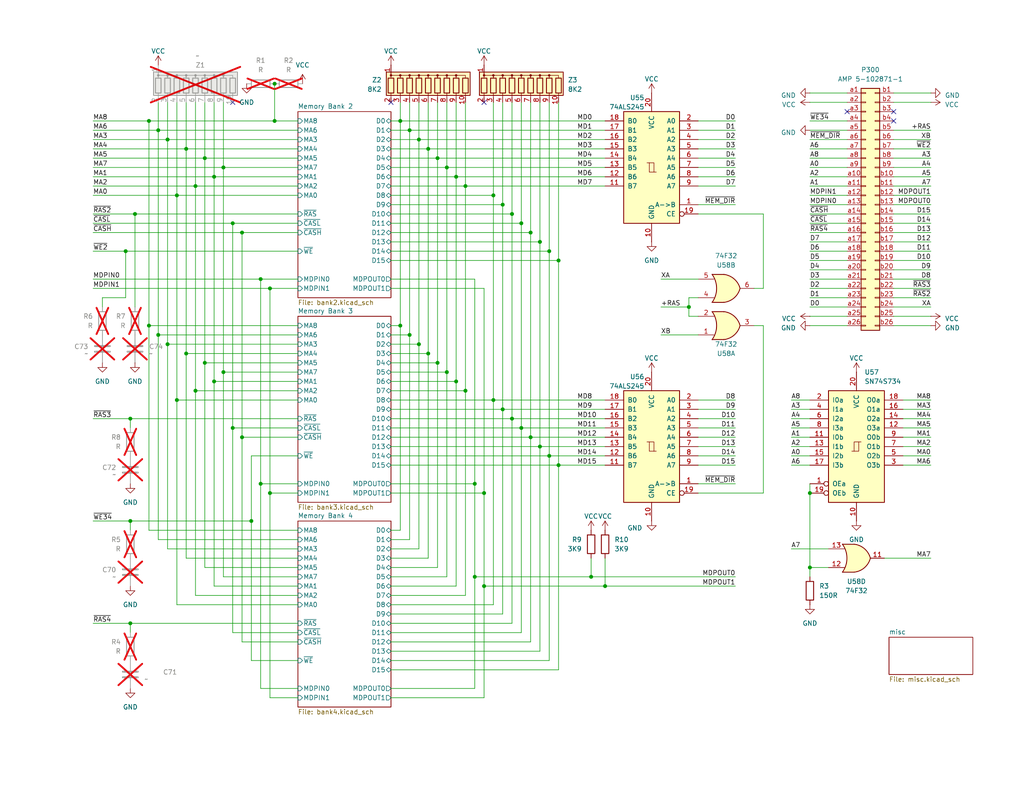
<source format=kicad_sch>
(kicad_sch (version 20231120) (generator "eeschema") (generator_version "8.0")
  (paper "USLetter")
  (title_block (title "Compaq Portable II System Memory Board") (date "2024-03-22") (company "Compaq") (comment 1 "P/N 104176-001") (comment 2 "ASSY 000330"))
  (junction (at 149.86 68.58))
  (junction (at 63.5 116.84))
  (junction (at 152.4 127))
  (junction (at 58.42 104.14))
  (junction (at 187.96 83.82))
  (junction (at 220.98 134.62))
  (junction (at 55.88 43.18))
  (junction (at 50.8 96.52))
  (junction (at 43.18 91.44))
  (junction (at 109.22 88.9))
  (junction (at 35.56 114.3))
  (junction (at 66.04 119.38))
  (junction (at 45.72 38.1))
  (junction (at 73.66 78.74))
  (junction (at 144.78 119.38))
  (junction (at 35.56 170.18))
  (junction (at 134.62 109.22))
  (junction (at 71.12 76.2))
  (junction (at 58.42 48.26))
  (junction (at 48.26 109.22))
  (junction (at 220.98 154.94))
  (junction (at 121.92 101.6))
  (junction (at 161.29 157.48))
  (junction (at 74.93 22.86))
  (junction (at 60.96 45.72))
  (junction (at 134.62 53.34))
  (junction (at 139.7 114.3))
  (junction (at 147.32 66.04))
  (junction (at 149.86 124.46))
  (junction (at 165.1 160.02))
  (junction (at 45.72 93.98))
  (junction (at 129.54 132.08))
  (junction (at 40.64 88.9))
  (junction (at 48.26 53.34))
  (junction (at 114.3 38.1))
  (junction (at 109.22 33.02))
  (junction (at 35.56 142.24))
  (junction (at 129.54 157.48))
  (junction (at 124.46 48.26))
  (junction (at 127 106.68))
  (junction (at 142.24 60.96))
  (junction (at 55.88 99.06))
  (junction (at 142.24 116.84))
  (junction (at 111.76 35.56))
  (junction (at 137.16 55.88))
  (junction (at 53.34 106.68))
  (junction (at 114.3 93.98))
  (junction (at 40.64 33.02))
  (junction (at 43.18 35.56))
  (junction (at 119.38 43.18))
  (junction (at 60.96 101.6))
  (junction (at 116.84 40.64))
  (junction (at 139.7 58.42))
  (junction (at 111.76 91.44))
  (junction (at 63.5 60.96))
  (junction (at 132.08 134.62))
  (junction (at 73.66 134.62))
  (junction (at 127 50.8))
  (junction (at 53.34 50.8))
  (junction (at 116.84 96.52))
  (junction (at 34.29 68.58))
  (junction (at 152.4 71.12))
  (junction (at 144.78 63.5))
  (junction (at 71.12 132.08))
  (junction (at 124.46 104.14))
  (junction (at 50.8 40.64))
  (junction (at 74.93 33.02))
  (junction (at 132.08 160.02))
  (junction (at 121.92 45.72))
  (junction (at 119.38 99.06))
  (junction (at 36.83 58.42))
  (junction (at 68.58 142.24))
  (junction (at 147.32 121.92))
  (junction (at 137.16 111.76))
  (junction (at 66.04 63.5))
  (no_connect (at 106.68 27.94))
  (no_connect (at 243.84 33.02))
  (no_connect (at 63.5 27.94))
  (no_connect (at 132.08 27.94))
  (no_connect (at 243.84 30.48))
  (no_connect (at 231.14 30.48))
  (wire (pts (xy 208.28 58.42) (xy 190.5 58.42)))
  (wire (pts (xy 25.4 40.64) (xy 50.8 40.64)))
  (wire (pts (xy 68.58 142.24) (xy 68.58 180.34)))
  (wire (pts (xy 215.9 116.84) (xy 220.98 116.84)))
  (wire (pts (xy 254 88.9) (xy 243.84 88.9)))
  (wire (pts (xy 220.98 134.62) (xy 220.98 154.94)))
  (wire (pts (xy 48.26 109.22) (xy 81.28 109.22)))
  (wire (pts (xy 106.68 124.46) (xy 149.86 124.46)))
  (wire (pts (xy 106.68 93.98) (xy 114.3 93.98)))
  (wire (pts (xy 60.96 45.72) (xy 81.28 45.72)))
  (wire (pts (xy 43.18 35.56) (xy 81.28 35.56)))
  (wire (pts (xy 106.68 76.2) (xy 129.54 76.2)))
  (wire (pts (xy 200.66 121.92) (xy 190.5 121.92)))
  (wire (pts (xy 106.68 190.5) (xy 132.08 190.5)))
  (wire (pts (xy 25.4 43.18) (xy 55.88 43.18)))
  (wire (pts (xy 215.9 111.76) (xy 220.98 111.76)))
  (wire (pts (xy 254 25.4) (xy 243.84 25.4)))
  (wire (pts (xy 220.98 50.8) (xy 231.14 50.8)))
  (wire (pts (xy 254 73.66) (xy 243.84 73.66)))
  (wire (pts (xy 36.83 58.42) (xy 81.28 58.42)))
  (wire (pts (xy 109.22 27.94) (xy 109.22 33.02)))
  (wire (pts (xy 106.68 63.5) (xy 144.78 63.5)))
  (wire (pts (xy 220.98 86.36) (xy 231.14 86.36)))
  (wire (pts (xy 215.9 121.92) (xy 220.98 121.92)))
  (wire (pts (xy 58.42 27.94) (xy 58.42 48.26)))
  (wire (pts (xy 124.46 27.94) (xy 124.46 48.26)))
  (wire (pts (xy 254 43.18) (xy 243.84 43.18)))
  (wire (pts (xy 220.98 71.12) (xy 231.14 71.12)))
  (wire (pts (xy 66.04 119.38) (xy 81.28 119.38)))
  (wire (pts (xy 220.98 81.28) (xy 231.14 81.28)))
  (wire (pts (xy 139.7 58.42) (xy 139.7 114.3)))
  (wire (pts (xy 152.4 127) (xy 165.1 127)))
  (wire (pts (xy 134.62 109.22) (xy 165.1 109.22)))
  (wire (pts (xy 48.26 109.22) (xy 48.26 165.1)))
  (wire (pts (xy 254 71.12) (xy 243.84 71.12)))
  (wire (pts (xy 200.66 116.84) (xy 190.5 116.84)))
  (wire (pts (xy 200.66 111.76) (xy 190.5 111.76)))
  (wire (pts (xy 106.68 116.84) (xy 142.24 116.84)))
  (wire (pts (xy 73.66 134.62) (xy 81.28 134.62)))
  (wire (pts (xy 68.58 124.46) (xy 81.28 124.46)))
  (wire (pts (xy 220.98 76.2) (xy 231.14 76.2)))
  (wire (pts (xy 121.92 27.94) (xy 121.92 45.72)))
  (wire (pts (xy 106.68 119.38) (xy 144.78 119.38)))
  (wire (pts (xy 144.78 119.38) (xy 165.1 119.38)))
  (wire (pts (xy 109.22 33.02) (xy 165.1 33.02)))
  (wire (pts (xy 254 66.04) (xy 243.84 66.04)))
  (wire (pts (xy 106.68 165.1) (xy 134.62 165.1)))
  (wire (pts (xy 35.56 144.78) (xy 35.56 142.24)))
  (wire (pts (xy 187.96 86.36) (xy 190.5 86.36)))
  (wire (pts (xy 106.68 60.96) (xy 142.24 60.96)))
  (wire (pts (xy 215.9 149.86) (xy 226.06 149.86)))
  (wire (pts (xy 50.8 96.52) (xy 50.8 152.4)))
  (wire (pts (xy 200.66 40.64) (xy 190.5 40.64)))
  (wire (pts (xy 220.98 157.48) (xy 220.98 154.94)))
  (wire (pts (xy 134.62 109.22) (xy 134.62 165.1)))
  (wire (pts (xy 127 106.68) (xy 127 162.56)))
  (wire (pts (xy 231.14 35.56) (xy 220.98 35.56)))
  (wire (pts (xy 149.86 27.94) (xy 149.86 68.58)))
  (wire (pts (xy 121.92 101.6) (xy 121.92 157.48)))
  (wire (pts (xy 215.9 119.38) (xy 220.98 119.38)))
  (wire (pts (xy 116.84 40.64) (xy 165.1 40.64)))
  (wire (pts (xy 129.54 76.2) (xy 129.54 132.08)))
  (wire (pts (xy 60.96 157.48) (xy 81.28 157.48)))
  (wire (pts (xy 254 53.34) (xy 243.84 53.34)))
  (wire (pts (xy 45.72 27.94) (xy 45.72 38.1)))
  (wire (pts (xy 60.96 101.6) (xy 60.96 157.48)))
  (wire (pts (xy 106.68 175.26) (xy 144.78 175.26)))
  (wire (pts (xy 58.42 48.26) (xy 58.42 104.14)))
  (wire (pts (xy 25.4 33.02) (xy 40.64 33.02)))
  (wire (pts (xy 55.88 99.06) (xy 81.28 99.06)))
  (wire (pts (xy 254 40.64) (xy 243.84 40.64)))
  (wire (pts (xy 254 121.92) (xy 246.38 121.92)))
  (wire (pts (xy 53.34 106.68) (xy 53.34 162.56)))
  (wire (pts (xy 25.4 58.42) (xy 36.83 58.42)))
  (wire (pts (xy 114.3 38.1) (xy 165.1 38.1)))
  (wire (pts (xy 106.68 55.88) (xy 137.16 55.88)))
  (wire (pts (xy 50.8 96.52) (xy 81.28 96.52)))
  (wire (pts (xy 55.88 154.94) (xy 81.28 154.94)))
  (wire (pts (xy 71.12 132.08) (xy 71.12 187.96)))
  (wire (pts (xy 66.04 63.5) (xy 81.28 63.5)))
  (wire (pts (xy 254 111.76) (xy 246.38 111.76)))
  (wire (pts (xy 254 63.5) (xy 243.84 63.5)))
  (wire (pts (xy 106.68 106.68) (xy 127 106.68)))
  (wire (pts (xy 66.04 119.38) (xy 66.04 175.26)))
  (wire (pts (xy 25.4 78.74) (xy 73.66 78.74)))
  (wire (pts (xy 254 48.26) (xy 243.84 48.26)))
  (wire (pts (xy 25.4 35.56) (xy 43.18 35.56)))
  (wire (pts (xy 43.18 91.44) (xy 43.18 147.32)))
  (wire (pts (xy 132.08 78.74) (xy 132.08 134.62)))
  (wire (pts (xy 106.68 38.1) (xy 114.3 38.1)))
  (wire (pts (xy 200.66 50.8) (xy 190.5 50.8)))
  (wire (pts (xy 119.38 43.18) (xy 119.38 99.06)))
  (wire (pts (xy 35.56 114.3) (xy 81.28 114.3)))
  (wire (pts (xy 106.68 134.62) (xy 132.08 134.62)))
  (wire (pts (xy 106.68 96.52) (xy 116.84 96.52)))
  (wire (pts (xy 132.08 160.02) (xy 132.08 190.5)))
  (wire (pts (xy 106.68 157.48) (xy 121.92 157.48)))
  (wire (pts (xy 48.26 165.1) (xy 81.28 165.1)))
  (wire (pts (xy 149.86 124.46) (xy 149.86 180.34)))
  (wire (pts (xy 254 124.46) (xy 246.38 124.46)))
  (wire (pts (xy 220.98 43.18) (xy 231.14 43.18)))
  (wire (pts (xy 40.64 144.78) (xy 81.28 144.78)))
  (wire (pts (xy 111.76 35.56) (xy 165.1 35.56)))
  (wire (pts (xy 68.58 124.46) (xy 68.58 142.24)))
  (wire (pts (xy 55.88 43.18) (xy 55.88 99.06)))
  (wire (pts (xy 106.68 53.34) (xy 134.62 53.34)))
  (wire (pts (xy 106.68 40.64) (xy 116.84 40.64)))
  (wire (pts (xy 106.68 167.64) (xy 137.16 167.64)))
  (wire (pts (xy 132.08 160.02) (xy 165.1 160.02)))
  (wire (pts (xy 200.66 127) (xy 190.5 127)))
  (wire (pts (xy 121.92 45.72) (xy 121.92 101.6)))
  (wire (pts (xy 71.12 187.96) (xy 81.28 187.96)))
  (wire (pts (xy 254 114.3) (xy 246.38 114.3)))
  (wire (pts (xy 106.68 182.88) (xy 152.4 182.88)))
  (wire (pts (xy 25.4 60.96) (xy 63.5 60.96)))
  (wire (pts (xy 106.68 172.72) (xy 142.24 172.72)))
  (wire (pts (xy 71.12 76.2) (xy 81.28 76.2)))
  (wire (pts (xy 60.96 101.6) (xy 81.28 101.6)))
  (wire (pts (xy 205.74 78.74) (xy 208.28 78.74)))
  (wire (pts (xy 55.88 27.94) (xy 55.88 43.18)))
  (wire (pts (xy 106.68 71.12) (xy 152.4 71.12)))
  (wire (pts (xy 73.66 134.62) (xy 73.66 190.5)))
  (wire (pts (xy 149.86 124.46) (xy 165.1 124.46)))
  (wire (pts (xy 53.34 162.56) (xy 81.28 162.56)))
  (wire (pts (xy 50.8 27.94) (xy 50.8 40.64)))
  (wire (pts (xy 142.24 116.84) (xy 142.24 172.72)))
  (wire (pts (xy 254 81.28) (xy 243.84 81.28)))
  (wire (pts (xy 200.66 132.08) (xy 190.5 132.08)))
  (wire (pts (xy 35.56 170.18) (xy 81.28 170.18)))
  (wire (pts (xy 25.4 170.18) (xy 35.56 170.18)))
  (wire (pts (xy 152.4 71.12) (xy 152.4 127)))
  (wire (pts (xy 71.12 132.08) (xy 81.28 132.08)))
  (wire (pts (xy 254 35.56) (xy 243.84 35.56)))
  (wire (pts (xy 220.98 25.4) (xy 231.14 25.4)))
  (wire (pts (xy 106.68 78.74) (xy 132.08 78.74)))
  (wire (pts (xy 106.68 154.94) (xy 119.38 154.94)))
  (wire (pts (xy 55.88 99.06) (xy 55.88 154.94)))
  (wire (pts (xy 74.93 33.02) (xy 74.93 22.86)))
  (wire (pts (xy 147.32 27.94) (xy 147.32 66.04)))
  (wire (pts (xy 137.16 55.88) (xy 137.16 111.76)))
  (wire (pts (xy 58.42 104.14) (xy 81.28 104.14)))
  (wire (pts (xy 147.32 121.92) (xy 165.1 121.92)))
  (wire (pts (xy 114.3 38.1) (xy 114.3 93.98)))
  (wire (pts (xy 58.42 104.14) (xy 58.42 160.02)))
  (wire (pts (xy 106.68 149.86) (xy 114.3 149.86)))
  (wire (pts (xy 208.28 78.74) (xy 208.28 58.42)))
  (wire (pts (xy 73.66 78.74) (xy 73.66 134.62)))
  (wire (pts (xy 114.3 27.94) (xy 114.3 38.1)))
  (wire (pts (xy 63.5 116.84) (xy 81.28 116.84)))
  (wire (pts (xy 200.66 124.46) (xy 190.5 124.46)))
  (wire (pts (xy 152.4 27.94) (xy 152.4 71.12)))
  (wire (pts (xy 220.98 45.72) (xy 231.14 45.72)))
  (wire (pts (xy 106.68 111.76) (xy 137.16 111.76)))
  (wire (pts (xy 58.42 160.02) (xy 81.28 160.02)))
  (wire (pts (xy 106.68 132.08) (xy 129.54 132.08)))
  (wire (pts (xy 254 86.36) (xy 243.84 86.36)))
  (wire (pts (xy 63.5 60.96) (xy 81.28 60.96)))
  (wire (pts (xy 200.66 35.56) (xy 190.5 35.56)))
  (wire (pts (xy 106.68 162.56) (xy 127 162.56)))
  (wire (pts (xy 200.66 55.88) (xy 190.5 55.88)))
  (wire (pts (xy 35.56 172.72) (xy 35.56 170.18)))
  (wire (pts (xy 220.98 78.74) (xy 231.14 78.74)))
  (wire (pts (xy 231.14 60.96) (xy 220.98 60.96)))
  (wire (pts (xy 106.68 187.96) (xy 129.54 187.96)))
  (wire (pts (xy 254 50.8) (xy 243.84 50.8)))
  (wire (pts (xy 165.1 160.02) (xy 200.66 160.02)))
  (wire (pts (xy 200.66 33.02) (xy 190.5 33.02)))
  (wire (pts (xy 134.62 53.34) (xy 134.62 109.22)))
  (wire (pts (xy 106.68 177.8) (xy 147.32 177.8)))
  (wire (pts (xy 139.7 27.94) (xy 139.7 58.42)))
  (wire (pts (xy 116.84 96.52) (xy 116.84 152.4)))
  (wire (pts (xy 60.96 27.94) (xy 60.96 45.72)))
  (wire (pts (xy 60.96 45.72) (xy 60.96 101.6)))
  (wire (pts (xy 106.68 147.32) (xy 111.76 147.32)))
  (wire (pts (xy 73.66 78.74) (xy 81.28 78.74)))
  (wire (pts (xy 45.72 93.98) (xy 45.72 149.86)))
  (wire (pts (xy 36.83 58.42) (xy 36.83 83.82)))
  (wire (pts (xy 220.98 154.94) (xy 226.06 154.94)))
  (wire (pts (xy 137.16 27.94) (xy 137.16 55.88)))
  (wire (pts (xy 165.1 152.4) (xy 165.1 160.02)))
  (wire (pts (xy 208.28 88.9) (xy 208.28 134.62)))
  (wire (pts (xy 220.98 55.88) (xy 231.14 55.88)))
  (wire (pts (xy 68.58 180.34) (xy 81.28 180.34)))
  (wire (pts (xy 127 50.8) (xy 127 106.68)))
  (wire (pts (xy 25.4 114.3) (xy 35.56 114.3)))
  (wire (pts (xy 200.66 119.38) (xy 190.5 119.38)))
  (wire (pts (xy 73.66 190.5) (xy 81.28 190.5)))
  (wire (pts (xy 106.68 152.4) (xy 116.84 152.4)))
  (wire (pts (xy 200.66 43.18) (xy 190.5 43.18)))
  (wire (pts (xy 53.34 27.94) (xy 53.34 50.8)))
  (wire (pts (xy 25.4 53.34) (xy 48.26 53.34)))
  (wire (pts (xy 106.68 68.58) (xy 149.86 68.58)))
  (wire (pts (xy 106.68 127) (xy 152.4 127)))
  (wire (pts (xy 254 152.4) (xy 241.3 152.4)))
  (wire (pts (xy 200.66 114.3) (xy 190.5 114.3)))
  (wire (pts (xy 254 119.38) (xy 246.38 119.38)))
  (wire (pts (xy 161.29 157.48) (xy 200.66 157.48)))
  (wire (pts (xy 200.66 45.72) (xy 190.5 45.72)))
  (wire (pts (xy 106.68 50.8) (xy 127 50.8)))
  (wire (pts (xy 27.94 81.28) (xy 27.94 83.82)))
  (wire (pts (xy 254 58.42) (xy 243.84 58.42)))
  (wire (pts (xy 254 60.96) (xy 243.84 60.96)))
  (wire (pts (xy 71.12 76.2) (xy 71.12 132.08)))
  (wire (pts (xy 43.18 147.32) (xy 81.28 147.32)))
  (wire (pts (xy 254 116.84) (xy 246.38 116.84)))
  (wire (pts (xy 220.98 40.64) (xy 231.14 40.64)))
  (wire (pts (xy 63.5 172.72) (xy 81.28 172.72)))
  (wire (pts (xy 50.8 152.4) (xy 81.28 152.4)))
  (wire (pts (xy 109.22 88.9) (xy 109.22 144.78)))
  (wire (pts (xy 25.4 38.1) (xy 45.72 38.1)))
  (wire (pts (xy 111.76 91.44) (xy 111.76 147.32)))
  (wire (pts (xy 25.4 45.72) (xy 60.96 45.72)))
  (wire (pts (xy 48.26 53.34) (xy 81.28 53.34)))
  (wire (pts (xy 106.68 121.92) (xy 147.32 121.92)))
  (wire (pts (xy 208.28 88.9) (xy 205.74 88.9)))
  (wire (pts (xy 121.92 45.72) (xy 165.1 45.72)))
  (wire (pts (xy 114.3 93.98) (xy 114.3 149.86)))
  (wire (pts (xy 40.64 33.02) (xy 40.64 88.9)))
  (wire (pts (xy 152.4 127) (xy 152.4 182.88)))
  (wire (pts (xy 106.68 43.18) (xy 119.38 43.18)))
  (wire (pts (xy 45.72 38.1) (xy 81.28 38.1)))
  (wire (pts (xy 111.76 27.94) (xy 111.76 35.56)))
  (wire (pts (xy 34.29 68.58) (xy 81.28 68.58)))
  (wire (pts (xy 116.84 40.64) (xy 116.84 96.52)))
  (wire (pts (xy 25.4 76.2) (xy 71.12 76.2)))
  (wire (pts (xy 106.68 144.78) (xy 109.22 144.78)))
  (wire (pts (xy 50.8 40.64) (xy 50.8 96.52)))
  (wire (pts (xy 53.34 50.8) (xy 81.28 50.8)))
  (wire (pts (xy 106.68 45.72) (xy 121.92 45.72)))
  (wire (pts (xy 142.24 27.94) (xy 142.24 60.96)))
  (wire (pts (xy 254 68.58) (xy 243.84 68.58)))
  (wire (pts (xy 119.38 27.94) (xy 119.38 43.18)))
  (wire (pts (xy 187.96 83.82) (xy 187.96 81.28)))
  (wire (pts (xy 74.93 33.02) (xy 81.28 33.02)))
  (wire (pts (xy 34.29 68.58) (xy 34.29 81.28)))
  (wire (pts (xy 25.4 68.58) (xy 34.29 68.58)))
  (wire (pts (xy 231.14 63.5) (xy 220.98 63.5)))
  (wire (pts (xy 180.34 76.2) (xy 190.5 76.2)))
  (wire (pts (xy 190.5 134.62) (xy 208.28 134.62)))
  (wire (pts (xy 106.68 58.42) (xy 139.7 58.42)))
  (wire (pts (xy 25.4 63.5) (xy 66.04 63.5)))
  (wire (pts (xy 55.88 43.18) (xy 81.28 43.18)))
  (wire (pts (xy 142.24 116.84) (xy 165.1 116.84)))
  (wire (pts (xy 106.68 35.56) (xy 111.76 35.56)))
  (wire (pts (xy 25.4 50.8) (xy 53.34 50.8)))
  (wire (pts (xy 127 27.94) (xy 127 50.8)))
  (wire (pts (xy 220.98 132.08) (xy 220.98 134.62)))
  (wire (pts (xy 144.78 63.5) (xy 144.78 119.38)))
  (wire (pts (xy 180.34 91.44) (xy 190.5 91.44)))
  (wire (pts (xy 254 78.74) (xy 243.84 78.74)))
  (wire (pts (xy 106.68 48.26) (xy 124.46 48.26)))
  (wire (pts (xy 109.22 33.02) (xy 109.22 88.9)))
  (wire (pts (xy 129.54 132.08) (xy 129.54 157.48)))
  (wire (pts (xy 58.42 48.26) (xy 81.28 48.26)))
  (wire (pts (xy 139.7 114.3) (xy 165.1 114.3)))
  (wire (pts (xy 35.56 116.84) (xy 35.56 114.3)))
  (wire (pts (xy 187.96 81.28) (xy 190.5 81.28)))
  (wire (pts (xy 144.78 119.38) (xy 144.78 175.26)))
  (wire (pts (xy 220.98 33.02) (xy 231.14 33.02)))
  (wire (pts (xy 43.18 27.94) (xy 43.18 35.56)))
  (wire (pts (xy 106.68 88.9) (xy 109.22 88.9)))
  (wire (pts (xy 220.98 58.42) (xy 231.14 58.42)))
  (wire (pts (xy 106.68 101.6) (xy 121.92 101.6)))
  (wire (pts (xy 220.98 38.1) (xy 231.14 38.1)))
  (wire (pts (xy 129.54 157.48) (xy 129.54 187.96)))
  (wire (pts (xy 220.98 48.26) (xy 231.14 48.26)))
  (wire (pts (xy 254 55.88) (xy 243.84 55.88)))
  (wire (pts (xy 142.24 60.96) (xy 142.24 116.84)))
  (wire (pts (xy 220.98 88.9) (xy 231.14 88.9)))
  (wire (pts (xy 106.68 180.34) (xy 149.86 180.34)))
  (wire (pts (xy 106.68 66.04) (xy 147.32 66.04)))
  (wire (pts (xy 45.72 38.1) (xy 45.72 93.98)))
  (wire (pts (xy 132.08 134.62) (xy 132.08 160.02)))
  (wire (pts (xy 137.16 111.76) (xy 165.1 111.76)))
  (wire (pts (xy 53.34 106.68) (xy 81.28 106.68)))
  (wire (pts (xy 124.46 48.26) (xy 124.46 104.14)))
  (wire (pts (xy 220.98 83.82) (xy 231.14 83.82)))
  (wire (pts (xy 50.8 40.64) (xy 81.28 40.64)))
  (wire (pts (xy 48.26 27.94) (xy 48.26 53.34)))
  (wire (pts (xy 200.66 38.1) (xy 190.5 38.1)))
  (wire (pts (xy 254 45.72) (xy 243.84 45.72)))
  (wire (pts (xy 254 127) (xy 246.38 127)))
  (wire (pts (xy 66.04 63.5) (xy 66.04 119.38)))
  (wire (pts (xy 106.68 109.22) (xy 134.62 109.22)))
  (wire (pts (xy 137.16 111.76) (xy 137.16 167.64)))
  (wire (pts (xy 220.98 68.58) (xy 231.14 68.58)))
  (wire (pts (xy 254 76.2) (xy 243.84 76.2)))
  (wire (pts (xy 124.46 104.14) (xy 124.46 160.02)))
  (wire (pts (xy 220.98 27.94) (xy 231.14 27.94)))
  (wire (pts (xy 147.32 66.04) (xy 147.32 121.92)))
  (wire (pts (xy 40.64 33.02) (xy 74.93 33.02)))
  (wire (pts (xy 106.68 104.14) (xy 124.46 104.14)))
  (wire (pts (xy 161.29 152.4) (xy 161.29 157.48)))
  (wire (pts (xy 220.98 73.66) (xy 231.14 73.66)))
  (wire (pts (xy 40.64 88.9) (xy 40.64 144.78)))
  (wire (pts (xy 215.9 114.3) (xy 220.98 114.3)))
  (wire (pts (xy 134.62 27.94) (xy 134.62 53.34)))
  (wire (pts (xy 45.72 149.86) (xy 81.28 149.86)))
  (wire (pts (xy 53.34 50.8) (xy 53.34 106.68)))
  (wire (pts (xy 127 50.8) (xy 165.1 50.8)))
  (wire (pts (xy 35.56 142.24) (xy 68.58 142.24)))
  (wire (pts (xy 187.96 86.36) (xy 187.96 83.82)))
  (wire (pts (xy 124.46 48.26) (xy 165.1 48.26)))
  (wire (pts (xy 254 109.22) (xy 246.38 109.22)))
  (wire (pts (xy 215.9 124.46) (xy 220.98 124.46)))
  (wire (pts (xy 27.94 81.28) (xy 34.29 81.28)))
  (wire (pts (xy 25.4 142.24) (xy 35.56 142.24)))
  (wire (pts (xy 43.18 35.56) (xy 43.18 91.44)))
  (wire (pts (xy 119.38 43.18) (xy 165.1 43.18)))
  (wire (pts (xy 63.5 116.84) (xy 63.5 172.72)))
  (wire (pts (xy 43.18 91.44) (xy 81.28 91.44)))
  (wire (pts (xy 106.68 170.18) (xy 139.7 170.18)))
  (wire (pts (xy 25.4 48.26) (xy 58.42 48.26)))
  (wire (pts (xy 215.9 127) (xy 220.98 127)))
  (wire (pts (xy 106.68 160.02) (xy 124.46 160.02)))
  (wire (pts (xy 254 38.1) (xy 243.84 38.1)))
  (wire (pts (xy 149.86 68.58) (xy 149.86 124.46)))
  (wire (pts (xy 139.7 114.3) (xy 139.7 170.18)))
  (wire (pts (xy 66.04 175.26) (xy 81.28 175.26)))
  (wire (pts (xy 220.98 53.34) (xy 231.14 53.34)))
  (wire (pts (xy 254 83.82) (xy 243.84 83.82)))
  (wire (pts (xy 45.72 93.98) (xy 81.28 93.98)))
  (wire (pts (xy 106.68 91.44) (xy 111.76 91.44)))
  (wire (pts (xy 40.64 88.9) (xy 81.28 88.9)))
  (wire (pts (xy 147.32 121.92) (xy 147.32 177.8)))
  (wire (pts (xy 129.54 157.48) (xy 161.29 157.48)))
  (wire (pts (xy 200.66 109.22) (xy 190.5 109.22)))
  (wire (pts (xy 144.78 27.94) (xy 144.78 63.5)))
  (wire (pts (xy 106.68 33.02) (xy 109.22 33.02)))
  (wire (pts (xy 220.98 66.04) (xy 231.14 66.04)))
  (wire (pts (xy 215.9 109.22) (xy 220.98 109.22)))
  (wire (pts (xy 254 27.94) (xy 243.84 27.94)))
  (wire (pts (xy 116.84 27.94) (xy 116.84 40.64)))
  (wire (pts (xy 119.38 99.06) (xy 119.38 154.94)))
  (wire (pts (xy 48.26 53.34) (xy 48.26 109.22)))
  (wire (pts (xy 106.68 99.06) (xy 119.38 99.06)))
  (wire (pts (xy 180.34 83.82) (xy 187.96 83.82)))
  (wire (pts (xy 111.76 35.56) (xy 111.76 91.44)))
  (wire (pts (xy 200.66 48.26) (xy 190.5 48.26)))
  (wire (pts (xy 63.5 60.96) (xy 63.5 116.84)))
  (wire (pts (xy 106.68 114.3) (xy 139.7 114.3)))
  (label "D15" (at 254 58.42 180))
  (label "MA7" (at 25.4 45.72 0))
  (label "MD7" (at 157.48 50.8 0))
  (label "D8" (at 254 76.2 180))
  (label "D15" (at 200.66 127 180))
  (label "A5" (at 215.9 116.84 0))
  (label "MA7" (at 254 152.4 180))
  (label "MD1" (at 157.48 35.56 0))
  (label "A1" (at 215.9 119.38 0))
  (label "D7" (at 200.66 50.8 180))
  (label "MA0" (at 25.4 53.34 0))
  (label "MD0" (at 157.48 33.02 0))
  (label "A2" (at 215.9 121.92 0))
  (label "+RAS" (at 254 35.56 180))
  (label "XB" (at 180.34 91.44 0))
  (label "MA4" (at 254 114.3 180))
  (label "MD6" (at 157.48 48.26 0))
  (label "~{RAS3}" (at 254 78.74 180))
  (label "A6" (at 215.9 127 0))
  (label "MD3" (at 157.48 40.64 0))
  (label "D4" (at 220.98 73.66 0))
  (label "D13" (at 254 63.5 180))
  (label "D10" (at 254 71.12 180))
  (label "D6" (at 200.66 48.26 180))
  (label "D2" (at 200.66 38.1 180))
  (label "MDPIN0" (at 220.98 55.88 0))
  (label "A3" (at 254 43.18 180))
  (label "~{RAS4}" (at 220.98 63.5 0))
  (label "MDPOUT0" (at 200.66 157.48 180))
  (label "D13" (at 200.66 121.92 180))
  (label "D12" (at 200.66 119.38 180))
  (label "MD8" (at 157.48 109.22 0))
  (label "XB" (at 254 38.1 180))
  (label "MA8" (at 254 109.22 180))
  (label "~{WE34}" (at 25.4 142.24 0))
  (label "MA3" (at 25.4 38.1 0))
  (label "MD15" (at 157.48 127 0))
  (label "D9" (at 200.66 111.76 180))
  (label "MDPIN1" (at 25.4 78.74 0))
  (label "A4" (at 215.9 114.3 0))
  (label "MA5" (at 25.4 43.18 0))
  (label "D0" (at 200.66 33.02 180))
  (label "A5" (at 254 48.26 180))
  (label "~{CASL}" (at 25.4 60.96 0))
  (label "MDPIN0" (at 25.4 76.2 0))
  (label "D1" (at 200.66 35.56 180))
  (label "~{CASH}" (at 220.98 58.42 0))
  (label "D4" (at 200.66 43.18 180))
  (label "~{WE34}" (at 220.98 33.02 0))
  (label "MA4" (at 25.4 40.64 0))
  (label "~{WE2}" (at 254 40.64 180))
  (label "MD2" (at 157.48 38.1 0))
  (label "~{MEM_DIR}" (at 220.98 38.1 0))
  (label "D10" (at 200.66 114.3 180))
  (label "MA2" (at 254 121.92 180))
  (label "+RAS" (at 180.34 83.82 0))
  (label "A8" (at 215.9 109.22 0))
  (label "D11" (at 254 68.58 180))
  (label "XA" (at 254 83.82 180))
  (label "D5" (at 220.98 71.12 0))
  (label "A7" (at 215.9 149.86 0))
  (label "MD13" (at 157.48 121.92 0))
  (label "A0" (at 215.9 124.46 0))
  (label "MA5" (at 254 116.84 180))
  (label "D7" (at 220.98 66.04 0))
  (label "A7" (at 254 50.8 180))
  (label "MDPOUT0" (at 254 55.88 180))
  (label "MD9" (at 157.48 111.76 0))
  (label "D3" (at 220.98 76.2 0))
  (label "D8" (at 200.66 109.22 180))
  (label "MD12" (at 157.48 119.38 0))
  (label "~{CASL}" (at 220.98 60.96 0))
  (label "MDPOUT1" (at 200.66 160.02 180))
  (label "D3" (at 200.66 40.64 180))
  (label "MA8" (at 25.4 33.02 0))
  (label "D6" (at 220.98 68.58 0))
  (label "MD5" (at 157.48 45.72 0))
  (label "A3" (at 215.9 111.76 0))
  (label "~{MEM_DIR}" (at 200.66 132.08 180))
  (label "~{RAS4}" (at 25.4 170.18 0))
  (label "~{RAS2}" (at 25.4 58.42 0))
  (label "~{CASH}" (at 25.4 63.5 0))
  (label "D1" (at 220.98 81.28 0))
  (label "MD11" (at 157.48 116.84 0))
  (label "D5" (at 200.66 45.72 180))
  (label "A6" (at 220.98 40.64 0))
  (label "D12" (at 254 66.04 180))
  (label "A8" (at 220.98 43.18 0))
  (label "MA0" (at 254 124.46 180))
  (label "XA" (at 180.34 76.2 0))
  (label "~{MEM_DIR}" (at 200.66 55.88 180))
  (label "MDPIN1" (at 220.98 53.34 0))
  (label "MA3" (at 254 111.76 180))
  (label "MD14" (at 157.48 124.46 0))
  (label "~{RAS3}" (at 25.4 114.3 0))
  (label "MA6" (at 25.4 35.56 0))
  (label "A2" (at 220.98 48.26 0))
  (label "D0" (at 220.98 83.82 0))
  (label "~{RAS2}" (at 254 81.28 180))
  (label "A4" (at 254 45.72 180))
  (label "A0" (at 220.98 45.72 0))
  (label "MDPOUT1" (at 254 53.34 180))
  (label "MA1" (at 254 119.38 180))
  (label "MD4" (at 157.48 43.18 0))
  (label "MA6" (at 254 127 180))
  (label "~{WE2}" (at 25.4 68.58 0))
  (label "D9" (at 254 73.66 180))
  (label "D14" (at 200.66 124.46 180))
  (label "D2" (at 220.98 78.74 0))
  (label "D14" (at 254 60.96 180))
  (label "D11" (at 200.66 116.84 180))
  (label "A1" (at 220.98 50.8 0))
  (label "MD10" (at 157.48 114.3 0))
  (label "MA1" (at 25.4 48.26 0))
  (label "MA2" (at 25.4 50.8 0))
  (symbol (lib_id "power:GND") (at 254 25.4 90) (unit 1)
    (property "Reference" "#PWR013" (effects (hide yes)))
    (property "Value" "GND" (at 257.81 26.035 90) (effects (justify right)))
    (property "Description" "Power symbol creates a global label with name \"GND\" , ground" (effects (hide yes)))
  )
  (symbol (lib_id "Device:R_Network09") (at 53.34 22.86 0) (unit 1) (dnp yes)
    (property "Reference" "Z1" (at 53.34 17.78 0) (effects (justify left)))
    (property "Value" "~" (at 53.34 15.24 0) (effects (justify left)))
    (property "Footprint" "Resistor_THT:R_Array_SIP10" (effects (hide yes)))
    (property "Datasheet" "http://www.vishay.com/docs/31509/csc.pdf" (effects (hide yes)))
  )
  (symbol (lib_id "Connector_Generic:Conn_02x26_Row_Letter_First") (at 236.22 55.88 0) (unit 1)
    (property "Reference" "P300" (at 237.49 19.05 0))
    (property "Value" "AMP 5-102871-1" (at 237.49 21.59 0))
    (property "Footprint" "Library:AMP 5-102871-1" (effects (hide yes)))
    (property "Description" "Generic connector, double row, 02x26, row letter first pin numbering scheme (pin number consists of a letter for the row and a number for the pin index in this row. a1, ..., aN; b1, ..., bN), script generated (kicad-library-utils/schlib/autogen/connector/)" (effects (hide yes)))
  )
  (symbol (lib_id "Device:R") (at 35.56 148.59 0) (unit 1) (dnp yes)
    (property "Reference" "R5" (at 33.02 147.3199 0) (effects (justify right)))
    (property "Value" "R" (at 33.02 149.8599 0) (effects (justify right)))
    (property "Footprint" "Resistor_THT:R_Axial_DIN0309_L9.0mm_D3.2mm_P12.70mm_Horizontal" (effects (hide yes)))
    (property "Description" "Resistor" (effects (hide yes)))
  )
  (symbol (lib_id "power:VCC") (at 254 86.36 270) (unit 1)
    (property "Reference" "#PWR015" (effects (hide yes)))
    (property "Value" "VCC" (at 257.81 86.995 90) (effects (justify left)))
    (property "Description" "Power symbol creates a global label with name \"VCC\"" (effects (hide yes)))
  )
  (symbol (lib_id "power:VCC") (at 165.1 144.78 0) (unit 1)
    (property "Reference" "#PWR058" (effects (hide yes)))
    (property "Value" "VCC" (at 165.1 140.97 0))
    (property "Description" "Power symbol creates a global label with name \"VCC\"" (effects (hide yes)))
  )
  (symbol (lib_id "power:VCC") (at 254 27.94 270) (unit 1)
    (property "Reference" "#PWR014" (effects (hide yes)))
    (property "Value" "VCC" (at 257.81 28.575 90) (effects (justify left)))
    (property "Description" "Power symbol creates a global label with name \"VCC\"" (effects (hide yes)))
  )
  (symbol (lib_id "power:VCC") (at 82.55 22.86 0) (unit 1)
    (property "Reference" "#PWR059" (effects (hide yes)))
    (property "Value" "VCC" (at 82.55 17.78 0))
    (property "Description" "Power symbol creates a global label with name \"VCC\"" (effects (hide yes)))
  )
  (symbol (lib_id "power:GND") (at 35.56 160.02 0) (unit 1)
    (property "Reference" "#PWR071" (effects (hide yes)))
    (property "Value" "GND" (at 35.56 165.1 0))
    (property "Description" "Power symbol creates a global label with name \"GND\" , ground" (effects (hide yes)))
  )
  (symbol (lib_id "power:GND") (at 220.98 165.1 0) (unit 1)
    (property "Reference" "#PWR056" (effects (hide yes)))
    (property "Value" "GND" (at 220.98 170.18 0))
    (property "Description" "Power symbol creates a global label with name \"GND\" , ground" (effects (hide yes)))
  )
  (symbol (lib_id "power:VCC") (at 132.08 17.78 0) (unit 1)
    (property "Reference" "#PWR053" (effects (hide yes)))
    (property "Value" "VCC" (at 132.08 13.97 0))
    (property "Description" "Power symbol creates a global label with name \"VCC\"" (effects (hide yes)))
  )
  (symbol (lib_id "power:GND") (at 67.31 22.86 0) (unit 1)
    (property "Reference" "#PWR060" (effects (hide yes)))
    (property "Value" "GND" (at 67.31 27.94 0))
    (property "Description" "Power symbol creates a global label with name \"GND\" , ground" (effects (hide yes)))
  )
  (symbol (lib_id "Device:R") (at 165.1 148.59 180) (unit 1)
    (property "Reference" "R10" (at 167.64 147.3199 0) (effects (justify right)))
    (property "Value" "3K9" (at 167.64 149.8599 0) (effects (justify right)))
    (property "Footprint" "Resistor_THT:R_Axial_DIN0309_L9.0mm_D3.2mm_P12.70mm_Horizontal" (effects (hide yes)))
    (property "Description" "Resistor" (effects (hide yes)))
  )
  (symbol (lib_id "power:GND") (at 220.98 35.56 270) (mirror x) (unit 1)
    (property "Reference" "#PWR052" (effects (hide yes)))
    (property "Value" "GND" (at 217.17 36.195 90) (effects (justify right)))
    (property "Description" "Power symbol creates a global label with name \"GND\" , ground" (effects (hide yes)))
  )
  (symbol (lib_id "power:VCC") (at 161.29 144.78 0) (unit 1)
    (property "Reference" "#PWR057" (effects (hide yes)))
    (property "Value" "VCC" (at 161.29 140.97 0))
    (property "Description" "Power symbol creates a global label with name \"VCC\"" (effects (hide yes)))
  )
  (symbol (lib_id "power:GND") (at 254 88.9 90) (unit 1)
    (property "Reference" "#PWR016" (effects (hide yes)))
    (property "Value" "GND" (at 257.81 89.535 90) (effects (justify right)))
    (property "Description" "Power symbol creates a global label with name \"GND\" , ground" (effects (hide yes)))
  )
  (symbol (lib_id "power:VCC") (at 106.68 17.78 0) (unit 1)
    (property "Reference" "#PWR049" (effects (hide yes)))
    (property "Value" "VCC" (at 106.68 13.97 0))
    (property "Description" "Power symbol creates a global label with name \"VCC\"" (effects (hide yes)))
  )
  (symbol (lib_id "power:VCC") (at 233.68 101.6 0) (unit 1)
    (property "Reference" "#PWR051" (effects (hide yes)))
    (property "Value" "VCC" (at 233.68 97.79 0))
    (property "Description" "Power symbol creates a global label with name \"VCC\"" (effects (hide yes)))
  )
  (symbol (lib_id "Device:C") (at 35.56 128.27 0) (mirror y) (unit 1) (dnp yes)
    (property "Reference" "C72" (at 31.75 127.6349 0) (effects (justify left)))
    (property "Value" "~" (at 31.75 129.54 0) (effects (justify left)))
    (property "Footprint" "Capacitor_THT:C_Rect_L7.0mm_W2.0mm_P5.00mm" (effects (hide yes)))
    (property "Description" "Unpolarized capacitor" (effects (hide yes)))
  )
  (symbol (lib_id "74xx:74LS32") (at 198.12 88.9 0) (mirror x) (unit 1)
    (property "Reference" "U58" (at 198.12 96.52 0))
    (property "Value" "74F32" (at 198.12 93.98 0))
    (property "Footprint" "Library:DIP-14_W7.62mm" (effects (hide yes)))
    (property "Datasheet" "http://www.ti.com/lit/gpn/sn74LS32" (effects (hide yes)))
  )
  (symbol (lib_id "Device:R") (at 35.56 176.53 0) (mirror x) (unit 1) (dnp yes)
    (property "Reference" "R4" (at 33.02 175.2599 0) (effects (justify right)))
    (property "Value" "R" (at 33.02 177.7999 0) (effects (justify right)))
    (property "Footprint" "Resistor_THT:R_Axial_DIN0309_L9.0mm_D3.2mm_P12.70mm_Horizontal" (effects (hide yes)))
    (property "Description" "Resistor" (effects (hide yes)))
  )
  (symbol (lib_id "Device:R_Network09") (at 142.24 22.86 0) (unit 1)
    (property "Reference" "Z3" (at 154.94 21.8439 0) (effects (justify left)))
    (property "Value" "8K2" (at 154.94 24.3839 0) (effects (justify left)))
    (property "Footprint" "Resistor_THT:R_Array_SIP10" (effects (hide yes)))
    (property "Datasheet" "http://www.vishay.com/docs/31509/csc.pdf" (effects (hide yes)))
  )
  (symbol (lib_id "74xx:74LS245") (at 177.8 121.92 0) (mirror y) (unit 1)
    (property "Reference" "U56" (at 175.8441 102.87 0) (effects (justify left)))
    (property "Value" "74ALS245" (at 175.8441 105.41 0) (effects (justify left)))
    (property "Footprint" "Library:DIP-20_W7.62mm" (effects (hide yes)))
    (property "Datasheet" "http://www.ti.com/lit/gpn/sn74LS245" (effects (hide yes)))
  )
  (symbol (lib_id "power:GND") (at 233.68 142.24 0) (unit 1)
    (property "Reference" "#PWR050" (effects (hide yes)))
    (property "Value" "GND" (at 233.68 147.32 0))
    (property "Description" "Power symbol creates a global label with name \"GND\" , ground" (effects (hide yes)))
  )
  (symbol (lib_id "power:GND") (at 220.98 88.9 270) (mirror x) (unit 1)
    (property "Reference" "#PWR021" (effects (hide yes)))
    (property "Value" "GND" (at 217.17 89.535 90) (effects (justify right)))
    (property "Description" "Power symbol creates a global label with name \"GND\" , ground" (effects (hide yes)))
  )
  (symbol (lib_id "74xx:74LS244") (at 233.68 121.92 0) (unit 1)
    (property "Reference" "U57" (at 235.8741 101.6 0) (effects (justify left)))
    (property "Value" "SN74S734" (at 235.8741 104.14 0) (effects (justify left)))
    (property "Footprint" "Library:DIP-20_W7.62mm" (effects (hide yes)))
    (property "Datasheet" "http://www.ti.com/lit/ds/symlink/sn74ls244.pdf" (effects (hide yes)))
    (property "Description" "Octal Buffer and Line Driver With 3-State Output, active-low enables, non-inverting outputs" (effects (hide yes)))
  )
  (symbol (lib_id "74xx:74LS32") (at 233.68 152.4 0) (mirror x) (unit 4)
    (property "Reference" "U58" (at 233.68 158.75 0))
    (property "Value" "74F32" (at 233.68 161.29 0))
    (property "Footprint" "Library:DIP-14_W7.62mm" (effects (hide yes)))
    (property "Datasheet" "http://www.ti.com/lit/gpn/sn74LS32" (effects (hide yes)))
  )
  (symbol (lib_id "power:GND") (at 177.8 66.04 0) (unit 1)
    (property "Reference" "#PWR012" (effects (hide yes)))
    (property "Value" "GND" (at 177.8 71.12 0))
    (property "Description" "Power symbol creates a global label with name \"GND\" , ground" (effects (hide yes)))
  )
  (symbol (lib_id "Device:R") (at 35.56 120.65 0) (mirror x) (unit 1) (dnp yes)
    (property "Reference" "R8" (at 33.02 119.3799 0) (effects (justify right)))
    (property "Value" "R" (at 33.02 121.9199 0) (effects (justify right)))
    (property "Footprint" "Resistor_THT:R_Axial_DIN0309_L9.0mm_D3.2mm_P12.70mm_Horizontal" (effects (hide yes)))
    (property "Description" "Resistor" (effects (hide yes)))
  )
  (symbol (lib_id "74xx:74LS32") (at 198.12 78.74 0) (mirror x) (unit 2)
    (property "Reference" "U58" (at 198.12 72.39 0))
    (property "Value" "74F32" (at 198.12 69.85 0))
    (property "Footprint" "Library:DIP-14_W7.62mm" (effects (hide yes)))
    (property "Datasheet" "http://www.ti.com/lit/gpn/sn74LS32" (effects (hide yes)))
  )
  (symbol (lib_id "power:GND") (at 36.83 99.06 0) (unit 1)
    (property "Reference" "#PWR072" (effects (hide yes)))
    (property "Value" "GND" (at 36.83 104.14 0))
    (property "Description" "Power symbol creates a global label with name \"GND\" , ground" (effects (hide yes)))
  )
  (symbol (lib_id "Device:R_Network09") (at 116.84 22.86 0) (unit 1)
    (property "Reference" "Z2" (at 104.14 21.8439 0) (effects (justify right)))
    (property "Value" "8K2" (at 104.14 24.3839 0) (effects (justify right)))
    (property "Footprint" "Resistor_THT:R_Array_SIP10" (effects (hide yes)))
    (property "Datasheet" "http://www.vishay.com/docs/31509/csc.pdf" (effects (hide yes)))
  )
  (symbol (lib_id "power:GND") (at 35.56 187.96 0) (unit 1)
    (property "Reference" "#PWR069" (effects (hide yes)))
    (property "Value" "GND" (at 35.56 193.04 0))
    (property "Description" "Power symbol creates a global label with name \"GND\" , ground" (effects (hide yes)))
  )
  (symbol (lib_id "Device:R") (at 36.83 87.63 0) (mirror x) (unit 1) (dnp yes)
    (property "Reference" "R7" (at 34.29 86.3599 0) (effects (justify right)))
    (property "Value" "R" (at 34.29 88.8999 0) (effects (justify right)))
    (property "Footprint" "Resistor_THT:R_Axial_DIN0309_L9.0mm_D3.2mm_P12.70mm_Horizontal" (effects (hide yes)))
    (property "Description" "Resistor" (effects (hide yes)))
  )
  (symbol (lib_id "Device:C") (at 27.94 95.25 0) (unit 1) (dnp yes)
    (property "Reference" "C73" (at 24.13 94.6149 0) (effects (justify right)))
    (property "Value" "~" (at 24.13 96.52 0) (effects (justify right)))
    (property "Footprint" "Capacitor_THT:C_Rect_L7.0mm_W2.0mm_P5.00mm" (effects (hide yes)))
    (property "Description" "Unpolarized capacitor" (effects (hide yes)))
  )
  (symbol (lib_id "Device:C") (at 35.56 184.15 0) (mirror y) (unit 1) (dnp yes)
    (property "Reference" "C71" (at 44.45 183.5149 0) (effects (justify right)))
    (property "Value" "~" (at 39.37 185.42 0) (effects (justify right)))
    (property "Footprint" "Capacitor_THT:C_Rect_L7.0mm_W2.0mm_P5.00mm" (effects (hide yes)))
    (property "Description" "Unpolarized capacitor" (effects (hide yes)))
  )
  (symbol (lib_id "Device:R") (at 27.94 87.63 180) (unit 1) (dnp yes)
    (property "Reference" "R6" (at 25.4 86.3599 0) (effects (justify left)))
    (property "Value" "R" (at 25.4 88.8999 0) (effects (justify left)))
    (property "Footprint" "Resistor_THT:R_Axial_DIN0309_L9.0mm_D3.2mm_P12.70mm_Horizontal" (effects (hide yes)))
    (property "Description" "Resistor" (effects (hide yes)))
  )
  (symbol (lib_id "power:VCC") (at 220.98 86.36 90) (mirror x) (unit 1)
    (property "Reference" "#PWR020" (effects (hide yes)))
    (property "Value" "VCC" (at 217.17 86.995 90) (effects (justify left)))
    (property "Description" "Power symbol creates a global label with name \"VCC\"" (effects (hide yes)))
  )
  (symbol (lib_id "Device:C") (at 36.83 95.25 0) (unit 1) (dnp yes)
    (property "Reference" "C74" (at 40.64 94.6149 0) (effects (justify left)))
    (property "Value" "~" (at 40.64 96.52 0) (effects (justify left)))
    (property "Footprint" "Capacitor_THT:C_Rect_L7.0mm_W2.0mm_P5.00mm" (effects (hide yes)))
    (property "Description" "Unpolarized capacitor" (effects (hide yes)))
  )
  (symbol (lib_id "74xx:74LS245") (at 177.8 45.72 0) (mirror y) (unit 1)
    (property "Reference" "U55" (at 175.8441 26.67 0) (effects (justify left)))
    (property "Value" "74ALS245" (at 175.8441 29.21 0) (effects (justify left)))
    (property "Footprint" "Library:DIP-20_W7.62mm" (effects (hide yes)))
    (property "Datasheet" "http://www.ti.com/lit/gpn/sn74LS245" (effects (hide yes)))
  )
  (symbol (lib_id "power:GND") (at 27.94 99.06 0) (unit 1)
    (property "Reference" "#PWR082" (effects (hide yes)))
    (property "Value" "GND" (at 27.94 104.14 0))
    (property "Description" "Power symbol creates a global label with name \"GND\" , ground" (effects (hide yes)))
  )
  (symbol (lib_id "Device:R") (at 71.12 22.86 90) (unit 1) (dnp yes)
    (property "Reference" "R1" (at 71.12 16.51 90))
    (property "Value" "R" (at 71.12 19.05 90))
    (property "Footprint" "Resistor_THT:R_Axial_DIN0309_L9.0mm_D3.2mm_P12.70mm_Horizontal" (effects (hide yes)))
    (property "Description" "Resistor" (effects (hide yes)))
  )
  (symbol (lib_id "power:VCC") (at 43.18 17.78 0) (unit 1)
    (property "Reference" "#PWR070" (effects (hide yes)))
    (property "Value" "VCC" (at 43.18 13.97 0))
    (property "Description" "Power symbol creates a global label with name \"VCC\"" (effects (hide yes)))
  )
  (symbol (lib_id "power:GND") (at 35.56 132.08 0) (unit 1)
    (property "Reference" "#PWR073" (effects (hide yes)))
    (property "Value" "GND" (at 35.56 137.16 0))
    (property "Description" "Power symbol creates a global label with name \"GND\" , ground" (effects (hide yes)))
  )
  (symbol (lib_id "Device:R") (at 220.98 161.29 0) (unit 1)
    (property "Reference" "R3" (at 223.52 160.0199 0) (effects (justify left)))
    (property "Value" "150R" (at 223.52 162.5599 0) (effects (justify left)))
    (property "Footprint" "Resistor_THT:R_Axial_DIN0309_L9.0mm_D3.2mm_P12.70mm_Horizontal" (effects (hide yes)))
    (property "Description" "Resistor" (effects (hide yes)))
  )
  (symbol (lib_id "power:VCC") (at 177.8 101.6 0) (unit 1)
    (property "Reference" "#PWR09" (effects (hide yes)))
    (property "Value" "VCC" (at 177.8 97.79 0))
    (property "Description" "Power symbol creates a global label with name \"VCC\"" (effects (hide yes)))
  )
  (symbol (lib_id "Device:C") (at 35.56 156.21 0) (unit 1) (dnp yes)
    (property "Reference" "C70" (at 31.75 155.5749 0) (effects (justify right)))
    (property "Value" "~" (at 31.75 157.48 0) (effects (justify right)))
    (property "Footprint" "Capacitor_THT:C_Rect_L7.0mm_W2.0mm_P5.00mm" (effects (hide yes)))
    (property "Description" "Unpolarized capacitor" (effects (hide yes)))
  )
  (symbol (lib_id "Device:R") (at 78.74 22.86 270) (unit 1) (dnp yes)
    (property "Reference" "R2" (at 78.74 16.51 90))
    (property "Value" "R" (at 78.74 19.05 90))
    (property "Footprint" "Resistor_THT:R_Axial_DIN0309_L9.0mm_D3.2mm_P12.70mm_Horizontal" (effects (hide yes)))
    (property "Description" "Resistor" (effects (hide yes)))
  )
  (symbol (lib_id "Device:R") (at 161.29 148.59 180) (unit 1)
    (property "Reference" "R9" (at 158.75 147.3199 0) (effects (justify left)))
    (property "Value" "3K9" (at 158.75 149.8599 0) (effects (justify left)))
    (property "Footprint" "Resistor_THT:R_Axial_DIN0309_L9.0mm_D3.2mm_P12.70mm_Horizontal" (effects (hide yes)))
    (property "Description" "Resistor" (effects (hide yes)))
  )
  (symbol (lib_id "power:VCC") (at 177.8 25.4 0) (unit 1)
    (property "Reference" "#PWR010" (effects (hide yes)))
    (property "Value" "VCC" (at 177.8 21.59 0))
    (property "Description" "Power symbol creates a global label with name \"VCC\"" (effects (hide yes)))
  )
  (symbol (lib_id "power:GND") (at 220.98 25.4 270) (mirror x) (unit 1)
    (property "Reference" "#PWR017" (effects (hide yes)))
    (property "Value" "GND" (at 217.17 26.035 90) (effects (justify right)))
    (property "Description" "Power symbol creates a global label with name \"GND\" , ground" (effects (hide yes)))
  )
  (symbol (lib_id "power:VCC") (at 220.98 27.94 90) (mirror x) (unit 1)
    (property "Reference" "#PWR018" (effects (hide yes)))
    (property "Value" "VCC" (at 217.17 28.575 90) (effects (justify left)))
    (property "Description" "Power symbol creates a global label with name \"VCC\"" (effects (hide yes)))
  )
  (symbol (lib_id "power:GND") (at 177.8 142.24 0) (unit 1)
    (property "Reference" "#PWR011" (effects (hide yes)))
    (property "Value" "GND" (at 175.26 144.145 0) (effects (justify right)))
    (property "Description" "Power symbol creates a global label with name \"GND\" , ground" (effects (hide yes)))
  )
  (sheet (at 242.57 173.99) (size 22.86 10.16) (stroke (width 0.1524))
    (property "Sheetname" "misc" (at 242.57 173.2784 0) (effects (justify left bottom)))
    (property "Sheetfile" "misc.kicad_sch" (at 242.57 184.7346 0) (effects (justify left top)))
  )
  (sheet (at 81.28 86.36) (size 25.4 50.8) (stroke (width 0.1524))
    (property "Sheetname" "Memory Bank 3" (at 81.28 85.6484 0) (effects (justify left bottom)))
    (property "Sheetfile" "bank3.kicad_sch" (at 81.28 137.7446 0) (effects (justify left top)))
    (pin "~{RAS}" input (at 81.28 114.3 180))
    (pin "~{CASL}" input (at 81.28 116.84 180))
    (pin "D8" bidirectional (at 106.68 109.22 0))
    (pin "D13" bidirectional (at 106.68 121.92 0))
    (pin "D15" bidirectional (at 106.68 127 0))
    (pin "D11" bidirectional (at 106.68 116.84 0))
    (pin "D9" bidirectional (at 106.68 111.76 0))
    (pin "D12" bidirectional (at 106.68 119.38 0))
    (pin "D14" bidirectional (at 106.68 124.46 0))
    (pin "D10" bidirectional (at 106.68 114.3 0))
    (pin "MA0" input (at 81.28 109.22 180))
    (pin "MA2" input (at 81.28 106.68 180))
    (pin "MA4" input (at 81.28 96.52 180))
    (pin "MA5" input (at 81.28 99.06 180))
    (pin "MA1" input (at 81.28 104.14 180))
    (pin "MA6" input (at 81.28 91.44 180))
    (pin "MA3" input (at 81.28 93.98 180))
    (pin "MA7" input (at 81.28 101.6 180))
    (pin "MA8" input (at 81.28 88.9 180))
    (pin "D2" bidirectional (at 106.68 93.98 0))
    (pin "D7" bidirectional (at 106.68 106.68 0))
    (pin "D3" bidirectional (at 106.68 96.52 0))
    (pin "D0" bidirectional (at 106.68 88.9 0))
    (pin "D1" bidirectional (at 106.68 91.44 0))
    (pin "D6" bidirectional (at 106.68 104.14 0))
    (pin "D4" bidirectional (at 106.68 99.06 0))
    (pin "D5" bidirectional (at 106.68 101.6 0))
    (pin "~{CASH}" input (at 81.28 119.38 180))
    (pin "~{WE}" input (at 81.28 124.46 180))
    (pin "MDPOUT1" output (at 106.68 134.62 0))
    (pin "MDPIN1" input (at 81.28 134.62 180))
    (pin "MDPOUT0" output (at 106.68 132.08 0))
    (pin "MDPIN0" input (at 81.28 132.08 180))
  )
  (sheet (at 81.28 30.48) (size 25.4 50.8) (stroke (width 0.1524))
    (property "Sheetname" "Memory Bank 2" (at 81.28 29.7684 0) (effects (justify left bottom)))
    (property "Sheetfile" "bank2.kicad_sch" (at 81.28 81.8646 0) (effects (justify left top)))
    (pin "~{RAS}" input (at 81.28 58.42 180))
    (pin "~{CASL}" input (at 81.28 60.96 180))
    (pin "D8" bidirectional (at 106.68 53.34 0))
    (pin "D13" bidirectional (at 106.68 66.04 0))
    (pin "D15" bidirectional (at 106.68 71.12 0))
    (pin "D11" bidirectional (at 106.68 60.96 0))
    (pin "D9" bidirectional (at 106.68 55.88 0))
    (pin "D12" bidirectional (at 106.68 63.5 0))
    (pin "D14" bidirectional (at 106.68 68.58 0))
    (pin "D10" bidirectional (at 106.68 58.42 0))
    (pin "MA0" input (at 81.28 53.34 180))
    (pin "MA2" input (at 81.28 50.8 180))
    (pin "MA4" input (at 81.28 40.64 180))
    (pin "MA5" input (at 81.28 43.18 180))
    (pin "MA1" input (at 81.28 48.26 180))
    (pin "MA6" input (at 81.28 35.56 180))
    (pin "MA3" input (at 81.28 38.1 180))
    (pin "MA7" input (at 81.28 45.72 180))
    (pin "MA8" input (at 81.28 33.02 180))
    (pin "D2" bidirectional (at 106.68 38.1 0))
    (pin "D7" bidirectional (at 106.68 50.8 0))
    (pin "D3" bidirectional (at 106.68 40.64 0))
    (pin "D0" bidirectional (at 106.68 33.02 0))
    (pin "D1" bidirectional (at 106.68 35.56 0))
    (pin "D6" bidirectional (at 106.68 48.26 0))
    (pin "D4" bidirectional (at 106.68 43.18 0))
    (pin "D5" bidirectional (at 106.68 45.72 0))
    (pin "~{CASH}" input (at 81.28 63.5 180))
    (pin "~{WE}" input (at 81.28 68.58 180))
    (pin "MDPOUT1" output (at 106.68 78.74 0))
    (pin "MDPIN1" input (at 81.28 78.74 180))
    (pin "MDPOUT0" output (at 106.68 76.2 0))
    (pin "MDPIN0" input (at 81.28 76.2 180))
  )
  (sheet (at 81.28 142.24) (size 25.4 50.8) (stroke (width 0.1524))
    (property "Sheetname" "Memory Bank 4" (at 81.28 141.5284 0) (effects (justify left bottom)))
    (property "Sheetfile" "bank4.kicad_sch" (at 81.28 193.6246 0) (effects (justify left top)))
    (pin "~{RAS}" input (at 81.28 170.18 180))
    (pin "~{CASL}" input (at 81.28 172.72 180))
    (pin "D8" bidirectional (at 106.68 165.1 0))
    (pin "D13" bidirectional (at 106.68 177.8 0))
    (pin "D15" bidirectional (at 106.68 182.88 0))
    (pin "D11" bidirectional (at 106.68 172.72 0))
    (pin "D9" bidirectional (at 106.68 167.64 0))
    (pin "D12" bidirectional (at 106.68 175.26 0))
    (pin "D14" bidirectional (at 106.68 180.34 0))
    (pin "D10" bidirectional (at 106.68 170.18 0))
    (pin "MA0" input (at 81.28 165.1 180))
    (pin "MA2" input (at 81.28 162.56 180))
    (pin "MA4" input (at 81.28 152.4 180))
    (pin "MA5" input (at 81.28 154.94 180))
    (pin "MA1" input (at 81.28 160.02 180))
    (pin "MA6" input (at 81.28 147.32 180))
    (pin "MA3" input (at 81.28 149.86 180))
    (pin "MA7" input (at 81.28 157.48 180))
    (pin "MA8" input (at 81.28 144.78 180))
    (pin "D2" bidirectional (at 106.68 149.86 0))
    (pin "D7" bidirectional (at 106.68 162.56 0))
    (pin "D3" bidirectional (at 106.68 152.4 0))
    (pin "D0" bidirectional (at 106.68 144.78 0))
    (pin "D1" bidirectional (at 106.68 147.32 0))
    (pin "D6" bidirectional (at 106.68 160.02 0))
    (pin "D4" bidirectional (at 106.68 154.94 0))
    (pin "D5" bidirectional (at 106.68 157.48 0))
    (pin "~{CASH}" input (at 81.28 175.26 180))
    (pin "~{WE}" input (at 81.28 180.34 180))
    (pin "MDPOUT1" output (at 106.68 190.5 0))
    (pin "MDPIN1" input (at 81.28 190.5 180))
    (pin "MDPOUT0" output (at 106.68 187.96 0))
    (pin "MDPIN0" input (at 81.28 187.96 180))
  )
)
</source>
